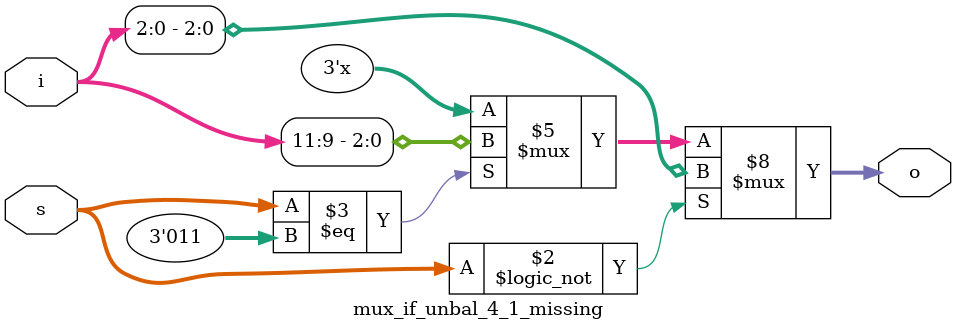
<source format=v>
module mux_if_unbal_4_1_missing #(parameter N=5, parameter W=3) (input [N*W-1:0] i, input [$clog2(N)-1:0] s, output reg [W-1:0] o);
always @* begin
    if (s == 0) o <= i[0*W+:W];
    else if (s == 3) o <= i[3*W+:W];
    else o <= {W{1'bx}};
end
endmodule
</source>
